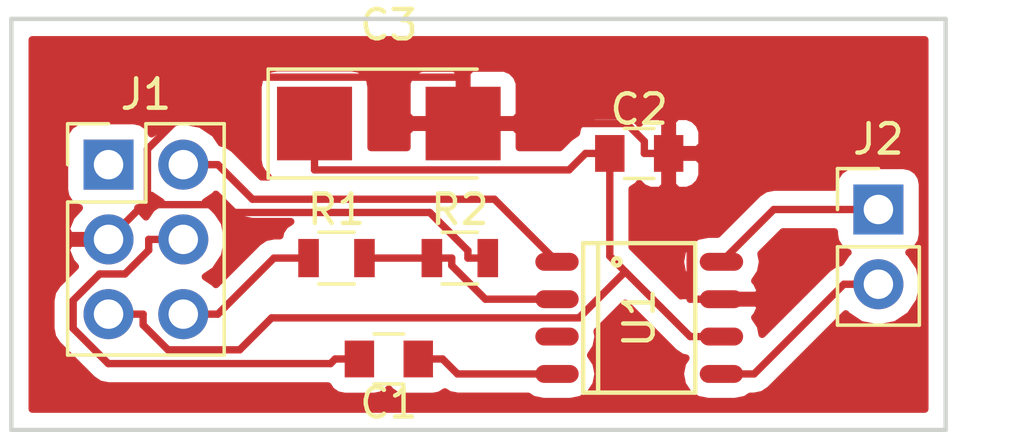
<source format=kicad_pcb>
(kicad_pcb (version 20160815) (host pcbnew no-vcs-found-7529~57~ubuntu16.04.1)

  (general
    (links 15)
    (no_connects 0)
    (area 106.143667 98.3085 141.252334 113.2095)
    (thickness 1.6)
    (drawings 4)
    (tracks 65)
    (zones 0)
    (modules 8)
    (nets 12)
  )

  (page A4)
  (layers
    (0 F.Cu signal)
    (31 B.Cu signal)
    (32 B.Adhes user)
    (33 F.Adhes user)
    (34 B.Paste user)
    (35 F.Paste user)
    (36 B.SilkS user)
    (37 F.SilkS user)
    (38 B.Mask user)
    (39 F.Mask user)
    (40 Dwgs.User user)
    (41 Cmts.User user)
    (42 Eco1.User user)
    (43 Eco2.User user)
    (44 Edge.Cuts user)
    (45 Margin user)
    (46 B.CrtYd user)
    (47 F.CrtYd user)
    (48 B.Fab user)
    (49 F.Fab user)
  )

  (setup
    (last_trace_width 0.25)
    (trace_clearance 0.2)
    (zone_clearance 0.508)
    (zone_45_only no)
    (trace_min 0.2)
    (segment_width 0.2)
    (edge_width 0.15)
    (via_size 0.6)
    (via_drill 0.4)
    (via_min_size 0.4)
    (via_min_drill 0.3)
    (uvia_size 0.3)
    (uvia_drill 0.1)
    (uvias_allowed no)
    (uvia_min_size 0.2)
    (uvia_min_drill 0.1)
    (pcb_text_width 0.3)
    (pcb_text_size 1.5 1.5)
    (mod_edge_width 0.15)
    (mod_text_size 1 1)
    (mod_text_width 0.15)
    (pad_size 1.524 1.524)
    (pad_drill 0.762)
    (pad_to_mask_clearance 0.01)
    (aux_axis_origin 0 0)
    (visible_elements FFFFFF7F)
    (pcbplotparams
      (layerselection 0x010c0_ffffffff)
      (usegerberextensions false)
      (excludeedgelayer true)
      (linewidth 0.020000)
      (plotframeref false)
      (viasonmask false)
      (mode 1)
      (useauxorigin false)
      (hpglpennumber 1)
      (hpglpenspeed 20)
      (hpglpendiameter 15)
      (psnegative false)
      (psa4output false)
      (plotreference true)
      (plotvalue true)
      (plotinvisibletext false)
      (padsonsilk false)
      (subtractmaskfromsilk false)
      (outputformat 1)
      (mirror false)
      (drillshape 0)
      (scaleselection 1)
      (outputdirectory out/))
  )

  (net 0 "")
  (net 1 "Net-(C1-Pad1)")
  (net 2 "Net-(C1-Pad2)")
  (net 3 +5V)
  (net 4 GND)
  (net 5 "Net-(J1-Pad1)")
  (net 6 "Net-(J1-Pad2)")
  (net 7 "Net-(J1-Pad6)")
  (net 8 "Net-(J2-Pad1)")
  (net 9 "Net-(J2-Pad2)")
  (net 10 "Net-(R1-Pad2)")
  (net 11 "Net-(U1-Pad3)")

  (net_class Default "This is the default net class."
    (clearance 0.2)
    (trace_width 0.25)
    (via_dia 0.6)
    (via_drill 0.4)
    (uvia_dia 0.3)
    (uvia_drill 0.1)
    (add_net +5V)
    (add_net GND)
    (add_net "Net-(C1-Pad1)")
    (add_net "Net-(C1-Pad2)")
    (add_net "Net-(J1-Pad1)")
    (add_net "Net-(J1-Pad2)")
    (add_net "Net-(J1-Pad6)")
    (add_net "Net-(J2-Pad1)")
    (add_net "Net-(J2-Pad2)")
    (add_net "Net-(R1-Pad2)")
    (add_net "Net-(U1-Pad3)")
  )

  (module Capacitors_SMD:C_0805 (layer F.Cu) (tedit 58AA8463) (tstamp 58DC4C2E)
    (at 119.507 110.617 180)
    (descr "Capacitor SMD 0805, reflow soldering, AVX (see smccp.pdf)")
    (tags "capacitor 0805")
    (path /58D54CAB)
    (attr smd)
    (fp_text reference C1 (at 0 -1.5 180) (layer F.SilkS)
      (effects (font (size 1 1) (thickness 0.15)))
    )
    (fp_text value 330nF (at 0 1.75 180) (layer F.Fab)
      (effects (font (size 1 1) (thickness 0.15)))
    )
    (fp_text user %R (at 0 -1.5 180) (layer F.Fab)
      (effects (font (size 1 1) (thickness 0.15)))
    )
    (fp_line (start -1 0.62) (end -1 -0.62) (layer F.Fab) (width 0.1))
    (fp_line (start 1 0.62) (end -1 0.62) (layer F.Fab) (width 0.1))
    (fp_line (start 1 -0.62) (end 1 0.62) (layer F.Fab) (width 0.1))
    (fp_line (start -1 -0.62) (end 1 -0.62) (layer F.Fab) (width 0.1))
    (fp_line (start 0.5 -0.85) (end -0.5 -0.85) (layer F.SilkS) (width 0.12))
    (fp_line (start -0.5 0.85) (end 0.5 0.85) (layer F.SilkS) (width 0.12))
    (fp_line (start -1.75 -0.88) (end 1.75 -0.88) (layer F.CrtYd) (width 0.05))
    (fp_line (start -1.75 -0.88) (end -1.75 0.87) (layer F.CrtYd) (width 0.05))
    (fp_line (start 1.75 0.87) (end 1.75 -0.88) (layer F.CrtYd) (width 0.05))
    (fp_line (start 1.75 0.87) (end -1.75 0.87) (layer F.CrtYd) (width 0.05))
    (pad 1 smd rect (at -1 0 180) (size 1 1.25) (layers F.Cu F.Paste F.Mask)
      (net 1 "Net-(C1-Pad1)"))
    (pad 2 smd rect (at 1 0 180) (size 1 1.25) (layers F.Cu F.Paste F.Mask)
      (net 2 "Net-(C1-Pad2)"))
    (model Capacitors_SMD.3dshapes/C_0805.wrl
      (at (xyz 0 0 0))
      (scale (xyz 1 1 1))
      (rotate (xyz 0 0 0))
    )
  )

  (module Capacitors_SMD:C_0805 (layer F.Cu) (tedit 58AA8463) (tstamp 58DC4C34)
    (at 128.016 103.632)
    (descr "Capacitor SMD 0805, reflow soldering, AVX (see smccp.pdf)")
    (tags "capacitor 0805")
    (path /58D540A4)
    (attr smd)
    (fp_text reference C2 (at 0 -1.5) (layer F.SilkS)
      (effects (font (size 1 1) (thickness 0.15)))
    )
    (fp_text value 100n (at 0 1.75) (layer F.Fab)
      (effects (font (size 1 1) (thickness 0.15)))
    )
    (fp_text user %R (at 0 -1.5) (layer F.Fab)
      (effects (font (size 1 1) (thickness 0.15)))
    )
    (fp_line (start -1 0.62) (end -1 -0.62) (layer F.Fab) (width 0.1))
    (fp_line (start 1 0.62) (end -1 0.62) (layer F.Fab) (width 0.1))
    (fp_line (start 1 -0.62) (end 1 0.62) (layer F.Fab) (width 0.1))
    (fp_line (start -1 -0.62) (end 1 -0.62) (layer F.Fab) (width 0.1))
    (fp_line (start 0.5 -0.85) (end -0.5 -0.85) (layer F.SilkS) (width 0.12))
    (fp_line (start -0.5 0.85) (end 0.5 0.85) (layer F.SilkS) (width 0.12))
    (fp_line (start -1.75 -0.88) (end 1.75 -0.88) (layer F.CrtYd) (width 0.05))
    (fp_line (start -1.75 -0.88) (end -1.75 0.87) (layer F.CrtYd) (width 0.05))
    (fp_line (start 1.75 0.87) (end 1.75 -0.88) (layer F.CrtYd) (width 0.05))
    (fp_line (start 1.75 0.87) (end -1.75 0.87) (layer F.CrtYd) (width 0.05))
    (pad 1 smd rect (at -1 0) (size 1 1.25) (layers F.Cu F.Paste F.Mask)
      (net 3 +5V))
    (pad 2 smd rect (at 1 0) (size 1 1.25) (layers F.Cu F.Paste F.Mask)
      (net 4 GND))
    (model Capacitors_SMD.3dshapes/C_0805.wrl
      (at (xyz 0 0 0))
      (scale (xyz 1 1 1))
      (rotate (xyz 0 0 0))
    )
  )

  (module Capacitors_Tantalum_SMD:CP_Tantalum_Case-C_EIA-6032-28_Reflow (layer F.Cu) (tedit 57B6E980) (tstamp 58DC4C3A)
    (at 119.507 102.616)
    (descr "Tantalum capacitor, Case C, EIA 6032-28, 6.0x3.2x2.5mm, Reflow soldering footprint")
    (tags "capacitor tantalum smd")
    (path /58D54147)
    (attr smd)
    (fp_text reference C3 (at 0 -3.35) (layer F.SilkS)
      (effects (font (size 1 1) (thickness 0.15)))
    )
    (fp_text value 220uF (at 0 3.35) (layer F.Fab)
      (effects (font (size 1 1) (thickness 0.15)))
    )
    (fp_line (start -4.2 -2) (end -4.2 2) (layer F.CrtYd) (width 0.05))
    (fp_line (start -4.2 2) (end 4.2 2) (layer F.CrtYd) (width 0.05))
    (fp_line (start 4.2 2) (end 4.2 -2) (layer F.CrtYd) (width 0.05))
    (fp_line (start 4.2 -2) (end -4.2 -2) (layer F.CrtYd) (width 0.05))
    (fp_line (start -3 -1.6) (end -3 1.6) (layer F.Fab) (width 0.1))
    (fp_line (start -3 1.6) (end 3 1.6) (layer F.Fab) (width 0.1))
    (fp_line (start 3 1.6) (end 3 -1.6) (layer F.Fab) (width 0.1))
    (fp_line (start 3 -1.6) (end -3 -1.6) (layer F.Fab) (width 0.1))
    (fp_line (start -2.4 -1.6) (end -2.4 1.6) (layer F.Fab) (width 0.1))
    (fp_line (start -2.1 -1.6) (end -2.1 1.6) (layer F.Fab) (width 0.1))
    (fp_line (start -4.1 -1.85) (end 3 -1.85) (layer F.SilkS) (width 0.12))
    (fp_line (start -4.1 1.85) (end 3 1.85) (layer F.SilkS) (width 0.12))
    (fp_line (start -4.1 -1.85) (end -4.1 1.85) (layer F.SilkS) (width 0.12))
    (pad 1 smd rect (at -2.525 0) (size 2.55 2.5) (layers F.Cu F.Paste F.Mask)
      (net 3 +5V))
    (pad 2 smd rect (at 2.525 0) (size 2.55 2.5) (layers F.Cu F.Paste F.Mask)
      (net 4 GND))
    (model Capacitors_Tantalum_SMD.3dshapes/CP_Tantalum_Case-C_EIA-6032-28.wrl
      (at (xyz 0 0 0))
      (scale (xyz 1 1 1))
      (rotate (xyz 0 0 0))
    )
  )

  (module Pin_Headers:Pin_Header_Straight_2x03_Pitch2.54mm (layer F.Cu) (tedit 5862ED53) (tstamp 58DC4C44)
    (at 109.982 104.013)
    (descr "Through hole straight pin header, 2x03, 2.54mm pitch, double rows")
    (tags "Through hole pin header THT 2x03 2.54mm double row")
    (path /58D54245)
    (fp_text reference J1 (at 1.27 -2.39) (layer F.SilkS)
      (effects (font (size 1 1) (thickness 0.15)))
    )
    (fp_text value CONN_02X03 (at 1.27 7.47) (layer F.Fab)
      (effects (font (size 1 1) (thickness 0.15)))
    )
    (fp_line (start -1.27 -1.27) (end -1.27 6.35) (layer F.Fab) (width 0.1))
    (fp_line (start -1.27 6.35) (end 3.81 6.35) (layer F.Fab) (width 0.1))
    (fp_line (start 3.81 6.35) (end 3.81 -1.27) (layer F.Fab) (width 0.1))
    (fp_line (start 3.81 -1.27) (end -1.27 -1.27) (layer F.Fab) (width 0.1))
    (fp_line (start -1.39 1.27) (end -1.39 6.47) (layer F.SilkS) (width 0.12))
    (fp_line (start -1.39 6.47) (end 3.93 6.47) (layer F.SilkS) (width 0.12))
    (fp_line (start 3.93 6.47) (end 3.93 -1.39) (layer F.SilkS) (width 0.12))
    (fp_line (start 3.93 -1.39) (end 1.27 -1.39) (layer F.SilkS) (width 0.12))
    (fp_line (start 1.27 -1.39) (end 1.27 1.27) (layer F.SilkS) (width 0.12))
    (fp_line (start 1.27 1.27) (end -1.39 1.27) (layer F.SilkS) (width 0.12))
    (fp_line (start -1.39 0) (end -1.39 -1.39) (layer F.SilkS) (width 0.12))
    (fp_line (start -1.39 -1.39) (end 0 -1.39) (layer F.SilkS) (width 0.12))
    (fp_line (start -1.6 -1.6) (end -1.6 6.6) (layer F.CrtYd) (width 0.05))
    (fp_line (start -1.6 6.6) (end 4.1 6.6) (layer F.CrtYd) (width 0.05))
    (fp_line (start 4.1 6.6) (end 4.1 -1.6) (layer F.CrtYd) (width 0.05))
    (fp_line (start 4.1 -1.6) (end -1.6 -1.6) (layer F.CrtYd) (width 0.05))
    (pad 1 thru_hole rect (at 0 0) (size 1.7 1.7) (drill 1) (layers *.Cu *.Mask)
      (net 5 "Net-(J1-Pad1)"))
    (pad 2 thru_hole oval (at 2.54 0) (size 1.7 1.7) (drill 1) (layers *.Cu *.Mask)
      (net 6 "Net-(J1-Pad2)"))
    (pad 3 thru_hole oval (at 0 2.54) (size 1.7 1.7) (drill 1) (layers *.Cu *.Mask)
      (net 4 GND))
    (pad 4 thru_hole oval (at 2.54 2.54) (size 1.7 1.7) (drill 1) (layers *.Cu *.Mask)
      (net 2 "Net-(C1-Pad2)"))
    (pad 5 thru_hole oval (at 0 5.08) (size 1.7 1.7) (drill 1) (layers *.Cu *.Mask)
      (net 3 +5V))
    (pad 6 thru_hole oval (at 2.54 5.08) (size 1.7 1.7) (drill 1) (layers *.Cu *.Mask)
      (net 7 "Net-(J1-Pad6)"))
    (model Pin_Headers.3dshapes/Pin_Header_Straight_2x03_Pitch2.54mm.wrl
      (at (xyz 0.05 -0.1 0))
      (scale (xyz 1 1 1))
      (rotate (xyz 0 0 90))
    )
  )

  (module Pin_Headers:Pin_Header_Straight_1x02_Pitch2.54mm (layer F.Cu) (tedit 5862ED52) (tstamp 58DC4C4A)
    (at 136.144 105.537)
    (descr "Through hole straight pin header, 1x02, 2.54mm pitch, single row")
    (tags "Through hole pin header THT 1x02 2.54mm single row")
    (path /58D53EC6)
    (fp_text reference J2 (at 0 -2.39) (layer F.SilkS)
      (effects (font (size 1 1) (thickness 0.15)))
    )
    (fp_text value CONN_01X02 (at 0 4.93) (layer F.Fab)
      (effects (font (size 1 1) (thickness 0.15)))
    )
    (fp_line (start -1.27 -1.27) (end -1.27 3.81) (layer F.Fab) (width 0.1))
    (fp_line (start -1.27 3.81) (end 1.27 3.81) (layer F.Fab) (width 0.1))
    (fp_line (start 1.27 3.81) (end 1.27 -1.27) (layer F.Fab) (width 0.1))
    (fp_line (start 1.27 -1.27) (end -1.27 -1.27) (layer F.Fab) (width 0.1))
    (fp_line (start -1.39 1.27) (end -1.39 3.93) (layer F.SilkS) (width 0.12))
    (fp_line (start -1.39 3.93) (end 1.39 3.93) (layer F.SilkS) (width 0.12))
    (fp_line (start 1.39 3.93) (end 1.39 1.27) (layer F.SilkS) (width 0.12))
    (fp_line (start 1.39 1.27) (end -1.39 1.27) (layer F.SilkS) (width 0.12))
    (fp_line (start -1.39 0) (end -1.39 -1.39) (layer F.SilkS) (width 0.12))
    (fp_line (start -1.39 -1.39) (end 0 -1.39) (layer F.SilkS) (width 0.12))
    (fp_line (start -1.6 -1.6) (end -1.6 4.1) (layer F.CrtYd) (width 0.05))
    (fp_line (start -1.6 4.1) (end 1.6 4.1) (layer F.CrtYd) (width 0.05))
    (fp_line (start 1.6 4.1) (end 1.6 -1.6) (layer F.CrtYd) (width 0.05))
    (fp_line (start 1.6 -1.6) (end -1.6 -1.6) (layer F.CrtYd) (width 0.05))
    (pad 1 thru_hole rect (at 0 0) (size 1.7 1.7) (drill 1) (layers *.Cu *.Mask)
      (net 8 "Net-(J2-Pad1)"))
    (pad 2 thru_hole oval (at 0 2.54) (size 1.7 1.7) (drill 1) (layers *.Cu *.Mask)
      (net 9 "Net-(J2-Pad2)"))
    (model Pin_Headers.3dshapes/Pin_Header_Straight_1x02_Pitch2.54mm.wrl
      (at (xyz 0 -0.05 0))
      (scale (xyz 1 1 1))
      (rotate (xyz 0 0 90))
    )
  )

  (module Resistors_SMD:R_0805 (layer F.Cu) (tedit 58AADA8F) (tstamp 58DC4C50)
    (at 117.729 107.188)
    (descr "Resistor SMD 0805, reflow soldering, Vishay (see dcrcw.pdf)")
    (tags "resistor 0805")
    (path /58D548F0)
    (attr smd)
    (fp_text reference R1 (at 0 -1.65) (layer F.SilkS)
      (effects (font (size 1 1) (thickness 0.15)))
    )
    (fp_text value 1k (at 0 1.75) (layer F.Fab)
      (effects (font (size 1 1) (thickness 0.15)))
    )
    (fp_text user %R (at 0 -1.65) (layer F.Fab)
      (effects (font (size 1 1) (thickness 0.15)))
    )
    (fp_line (start -1 0.62) (end -1 -0.62) (layer F.Fab) (width 0.1))
    (fp_line (start 1 0.62) (end -1 0.62) (layer F.Fab) (width 0.1))
    (fp_line (start 1 -0.62) (end 1 0.62) (layer F.Fab) (width 0.1))
    (fp_line (start -1 -0.62) (end 1 -0.62) (layer F.Fab) (width 0.1))
    (fp_line (start 0.6 0.88) (end -0.6 0.88) (layer F.SilkS) (width 0.12))
    (fp_line (start -0.6 -0.88) (end 0.6 -0.88) (layer F.SilkS) (width 0.12))
    (fp_line (start -1.55 -0.9) (end 1.55 -0.9) (layer F.CrtYd) (width 0.05))
    (fp_line (start -1.55 -0.9) (end -1.55 0.9) (layer F.CrtYd) (width 0.05))
    (fp_line (start 1.55 0.9) (end 1.55 -0.9) (layer F.CrtYd) (width 0.05))
    (fp_line (start 1.55 0.9) (end -1.55 0.9) (layer F.CrtYd) (width 0.05))
    (pad 1 smd rect (at -0.95 0) (size 0.7 1.3) (layers F.Cu F.Paste F.Mask)
      (net 7 "Net-(J1-Pad6)"))
    (pad 2 smd rect (at 0.95 0) (size 0.7 1.3) (layers F.Cu F.Paste F.Mask)
      (net 10 "Net-(R1-Pad2)"))
    (model Resistors_SMD.3dshapes/R_0805.wrl
      (at (xyz 0 0 0))
      (scale (xyz 1 1 1))
      (rotate (xyz 0 0 0))
    )
  )

  (module Resistors_SMD:R_0805 (layer F.Cu) (tedit 58AADA8F) (tstamp 58DC4C56)
    (at 121.92 107.188)
    (descr "Resistor SMD 0805, reflow soldering, Vishay (see dcrcw.pdf)")
    (tags "resistor 0805")
    (path /58D54939)
    (attr smd)
    (fp_text reference R2 (at 0 -1.65) (layer F.SilkS)
      (effects (font (size 1 1) (thickness 0.15)))
    )
    (fp_text value 1k (at 0 1.75) (layer F.Fab)
      (effects (font (size 1 1) (thickness 0.15)))
    )
    (fp_text user %R (at 0 -1.65) (layer F.Fab)
      (effects (font (size 1 1) (thickness 0.15)))
    )
    (fp_line (start -1 0.62) (end -1 -0.62) (layer F.Fab) (width 0.1))
    (fp_line (start 1 0.62) (end -1 0.62) (layer F.Fab) (width 0.1))
    (fp_line (start 1 -0.62) (end 1 0.62) (layer F.Fab) (width 0.1))
    (fp_line (start -1 -0.62) (end 1 -0.62) (layer F.Fab) (width 0.1))
    (fp_line (start 0.6 0.88) (end -0.6 0.88) (layer F.SilkS) (width 0.12))
    (fp_line (start -0.6 -0.88) (end 0.6 -0.88) (layer F.SilkS) (width 0.12))
    (fp_line (start -1.55 -0.9) (end 1.55 -0.9) (layer F.CrtYd) (width 0.05))
    (fp_line (start -1.55 -0.9) (end -1.55 0.9) (layer F.CrtYd) (width 0.05))
    (fp_line (start 1.55 0.9) (end 1.55 -0.9) (layer F.CrtYd) (width 0.05))
    (fp_line (start 1.55 0.9) (end -1.55 0.9) (layer F.CrtYd) (width 0.05))
    (pad 1 smd rect (at -0.95 0) (size 0.7 1.3) (layers F.Cu F.Paste F.Mask)
      (net 10 "Net-(R1-Pad2)"))
    (pad 2 smd rect (at 0.95 0) (size 0.7 1.3) (layers F.Cu F.Paste F.Mask)
      (net 4 GND))
    (model Resistors_SMD.3dshapes/R_0805.wrl
      (at (xyz 0 0 0))
      (scale (xyz 1 1 1))
      (rotate (xyz 0 0 0))
    )
  )

  (module Power_Integrations:SO-8 (layer F.Cu) (tedit 0) (tstamp 58DC4C62)
    (at 128.016 109.22 270)
    (descr "SO-8 Surface Mount Small Outline 150mil 8pin Package")
    (tags "Power Integrations D Package")
    (path /58D53DEC)
    (fp_text reference U1 (at 0 0 270) (layer F.SilkS)
      (effects (font (size 1 1) (thickness 0.15)))
    )
    (fp_text value TDA8551 (at 0 0 270) (layer F.Fab)
      (effects (font (size 1 1) (thickness 0.15)))
    )
    (fp_circle (center -1.905 0.762) (end -1.778 0.762) (layer F.SilkS) (width 0.15))
    (fp_line (start -2.54 1.397) (end 2.54 1.397) (layer F.SilkS) (width 0.15))
    (fp_line (start -2.54 -1.905) (end 2.54 -1.905) (layer F.SilkS) (width 0.15))
    (fp_line (start -2.54 1.905) (end 2.54 1.905) (layer F.SilkS) (width 0.15))
    (fp_line (start -2.54 1.905) (end -2.54 -1.905) (layer F.SilkS) (width 0.15))
    (fp_line (start 2.54 1.905) (end 2.54 -1.905) (layer F.SilkS) (width 0.15))
    (pad 1 smd oval (at -1.905 2.794 270) (size 0.6096 1.4732) (layers F.Cu F.Paste F.Mask)
      (net 6 "Net-(J1-Pad2)"))
    (pad 2 smd oval (at -0.635 2.794 270) (size 0.6096 1.4732) (layers F.Cu F.Paste F.Mask)
      (net 10 "Net-(R1-Pad2)"))
    (pad 3 smd oval (at 0.635 2.794 270) (size 0.6096 1.4732) (layers F.Cu F.Paste F.Mask)
      (net 11 "Net-(U1-Pad3)"))
    (pad 4 smd oval (at 1.905 2.794 270) (size 0.6096 1.4732) (layers F.Cu F.Paste F.Mask)
      (net 1 "Net-(C1-Pad1)"))
    (pad 5 smd oval (at 1.905 -2.794 270) (size 0.6096 1.4732) (layers F.Cu F.Paste F.Mask)
      (net 9 "Net-(J2-Pad2)"))
    (pad 6 smd oval (at 0.635 -2.794 270) (size 0.6096 1.4732) (layers F.Cu F.Paste F.Mask)
      (net 3 +5V))
    (pad 7 smd oval (at -0.635 -2.794 270) (size 0.6096 1.4732) (layers F.Cu F.Paste F.Mask)
      (net 4 GND))
    (pad 8 smd oval (at -1.905 -2.794 270) (size 0.6096 1.4732) (layers F.Cu F.Paste F.Mask)
      (net 8 "Net-(J2-Pad1)"))
  )

  (gr_line (start 106.68 99.06) (end 106.68 113.03) (angle 90) (layer Edge.Cuts) (width 0.15))
  (gr_line (start 138.43 99.06) (end 106.68 99.06) (angle 90) (layer Edge.Cuts) (width 0.15))
  (gr_line (start 138.43 113.03) (end 138.43 99.06) (angle 90) (layer Edge.Cuts) (width 0.15))
  (gr_line (start 106.68 113.03) (end 138.43 113.03) (angle 90) (layer Edge.Cuts) (width 0.15))

  (segment (start 121.8403 111.125) (end 121.3323 110.617) (width 0.25) (layer F.Cu) (net 1))
  (segment (start 125.222 111.125) (end 121.8403 111.125) (width 0.25) (layer F.Cu) (net 1))
  (segment (start 120.507 110.617) (end 121.3323 110.617) (width 0.25) (layer F.Cu) (net 1))
  (segment (start 117.5253 110.7734) (end 117.6817 110.617) (width 0.25) (layer F.Cu) (net 2))
  (segment (start 109.9728 110.7734) (end 117.5253 110.7734) (width 0.25) (layer F.Cu) (net 2))
  (segment (start 108.7813 109.5819) (end 109.9728 110.7734) (width 0.25) (layer F.Cu) (net 2))
  (segment (start 108.7813 108.6239) (end 108.7813 109.5819) (width 0.25) (layer F.Cu) (net 2))
  (segment (start 109.6769 107.7283) (end 108.7813 108.6239) (width 0.25) (layer F.Cu) (net 2))
  (segment (start 110.5388 107.7283) (end 109.6769 107.7283) (width 0.25) (layer F.Cu) (net 2))
  (segment (start 111.3467 106.9204) (end 110.5388 107.7283) (width 0.25) (layer F.Cu) (net 2))
  (segment (start 111.3467 106.553) (end 111.3467 106.9204) (width 0.25) (layer F.Cu) (net 2))
  (segment (start 112.522 106.553) (end 111.3467 106.553) (width 0.25) (layer F.Cu) (net 2))
  (segment (start 118.507 110.617) (end 117.6817 110.617) (width 0.25) (layer F.Cu) (net 2))
  (segment (start 130.81 109.855) (end 129.7481 109.855) (width 0.25) (layer F.Cu) (net 3))
  (segment (start 109.982 109.093) (end 111.1573 109.093) (width 0.25) (layer F.Cu) (net 3))
  (segment (start 125.9691 109.22) (end 127.5411 107.648) (width 0.25) (layer F.Cu) (net 3))
  (segment (start 115.5242 109.22) (end 125.9691 109.22) (width 0.25) (layer F.Cu) (net 3))
  (segment (start 114.4395 110.3047) (end 115.5242 109.22) (width 0.25) (layer F.Cu) (net 3))
  (segment (start 112.0017 110.3047) (end 114.4395 110.3047) (width 0.25) (layer F.Cu) (net 3))
  (segment (start 111.1573 109.4603) (end 112.0017 110.3047) (width 0.25) (layer F.Cu) (net 3))
  (segment (start 111.1573 109.093) (end 111.1573 109.4603) (width 0.25) (layer F.Cu) (net 3))
  (segment (start 129.7481 109.855) (end 127.5411 107.648) (width 0.25) (layer F.Cu) (net 3))
  (segment (start 127.016 107.1229) (end 127.016 103.632) (width 0.25) (layer F.Cu) (net 3))
  (segment (start 127.5411 107.648) (end 127.016 107.1229) (width 0.25) (layer F.Cu) (net 3))
  (segment (start 125.6314 104.1913) (end 126.1907 103.632) (width 0.25) (layer F.Cu) (net 3))
  (segment (start 116.982 104.1913) (end 125.6314 104.1913) (width 0.25) (layer F.Cu) (net 3))
  (segment (start 116.982 102.616) (end 116.982 104.1913) (width 0.25) (layer F.Cu) (net 3))
  (segment (start 127.016 103.632) (end 126.1907 103.632) (width 0.25) (layer F.Cu) (net 3))
  (segment (start 122.87 107.188) (end 122.1947 107.188) (width 0.25) (layer F.Cu) (net 4))
  (segment (start 129.016 103.632) (end 128.1907 103.632) (width 0.25) (layer F.Cu) (net 4))
  (segment (start 127.5873 102.616) (end 122.032 102.616) (width 0.25) (layer F.Cu) (net 4))
  (segment (start 128.1907 103.2194) (end 127.5873 102.616) (width 0.25) (layer F.Cu) (net 4))
  (segment (start 128.1907 103.632) (end 128.1907 103.2194) (width 0.25) (layer F.Cu) (net 4))
  (segment (start 111.3048 103.4867) (end 111.3048 105.3719) (width 0.25) (layer F.Cu) (net 4))
  (segment (start 113.7508 101.0407) (end 111.3048 103.4867) (width 0.25) (layer F.Cu) (net 4))
  (segment (start 122.032 101.0407) (end 113.7508 101.0407) (width 0.25) (layer F.Cu) (net 4))
  (segment (start 111.1631 105.3719) (end 111.3048 105.3719) (width 0.25) (layer F.Cu) (net 4))
  (segment (start 109.982 106.553) (end 111.1631 105.3719) (width 0.25) (layer F.Cu) (net 4))
  (segment (start 122.1947 106.9348) (end 122.1947 107.188) (width 0.25) (layer F.Cu) (net 4))
  (segment (start 120.8986 105.6387) (end 122.1947 106.9348) (width 0.25) (layer F.Cu) (net 4))
  (segment (start 113.6974 105.6387) (end 120.8986 105.6387) (width 0.25) (layer F.Cu) (net 4))
  (segment (start 113.4306 105.3719) (end 113.6974 105.6387) (width 0.25) (layer F.Cu) (net 4))
  (segment (start 111.3048 105.3719) (end 113.4306 105.3719) (width 0.25) (layer F.Cu) (net 4))
  (segment (start 122.032 102.616) (end 122.032 101.0407) (width 0.25) (layer F.Cu) (net 4))
  (segment (start 129.7481 105.3144) (end 129.016 104.5823) (width 0.25) (layer F.Cu) (net 4))
  (segment (start 129.7481 108.585) (end 129.7481 105.3144) (width 0.25) (layer F.Cu) (net 4))
  (segment (start 130.81 108.585) (end 129.7481 108.585) (width 0.25) (layer F.Cu) (net 4))
  (segment (start 129.016 103.632) (end 129.016 104.5823) (width 0.25) (layer F.Cu) (net 4))
  (segment (start 114.8726 105.1883) (end 113.6973 104.013) (width 0.25) (layer F.Cu) (net 6))
  (segment (start 123.0953 105.1883) (end 114.8726 105.1883) (width 0.25) (layer F.Cu) (net 6))
  (segment (start 125.222 107.315) (end 123.0953 105.1883) (width 0.25) (layer F.Cu) (net 6))
  (segment (start 112.522 104.013) (end 113.6973 104.013) (width 0.25) (layer F.Cu) (net 6))
  (segment (start 115.6023 107.188) (end 113.6973 109.093) (width 0.25) (layer F.Cu) (net 7))
  (segment (start 116.779 107.188) (end 115.6023 107.188) (width 0.25) (layer F.Cu) (net 7))
  (segment (start 112.522 109.093) (end 113.6973 109.093) (width 0.25) (layer F.Cu) (net 7))
  (segment (start 132.588 105.537) (end 136.144 105.537) (width 0.25) (layer F.Cu) (net 8))
  (segment (start 130.81 107.315) (end 132.588 105.537) (width 0.25) (layer F.Cu) (net 8))
  (segment (start 131.9207 111.125) (end 134.9687 108.077) (width 0.25) (layer F.Cu) (net 9))
  (segment (start 130.81 111.125) (end 131.9207 111.125) (width 0.25) (layer F.Cu) (net 9))
  (segment (start 136.144 108.077) (end 134.9687 108.077) (width 0.25) (layer F.Cu) (net 9))
  (segment (start 120.97 107.188) (end 118.679 107.188) (width 0.25) (layer F.Cu) (net 10))
  (segment (start 121.6453 107.4412) (end 121.6453 107.188) (width 0.25) (layer F.Cu) (net 10))
  (segment (start 122.7891 108.585) (end 121.6453 107.4412) (width 0.25) (layer F.Cu) (net 10))
  (segment (start 125.222 108.585) (end 122.7891 108.585) (width 0.25) (layer F.Cu) (net 10))
  (segment (start 120.97 107.188) (end 121.6453 107.188) (width 0.25) (layer F.Cu) (net 10))

  (zone (net 4) (net_name GND) (layer F.Cu) (tstamp 58DC4D87) (hatch edge 0.508)
    (connect_pads (clearance 0.508))
    (min_thickness 0.254)
    (fill yes (arc_segments 16) (thermal_gap 0.508) (thermal_bridge_width 0.508))
    (polygon
      (pts
        (xy 106.68 99.06) (xy 106.68 113.03) (xy 138.43 113.03) (xy 138.43 99.06)
      )
    )
    (filled_polygon
      (pts
        (xy 137.72 112.32) (xy 107.39 112.32) (xy 107.39 108.6239) (xy 108.0213 108.6239) (xy 108.0213 109.5819)
        (xy 108.079152 109.872739) (xy 108.243899 110.119301) (xy 109.435399 111.310801) (xy 109.68196 111.475548) (xy 109.727699 111.484646)
        (xy 109.9728 111.5334) (xy 117.439926 111.5334) (xy 117.54291 111.693441) (xy 117.75511 111.838431) (xy 118.007 111.88944)
        (xy 119.007 111.88944) (xy 119.242317 111.845162) (xy 119.458441 111.70609) (xy 119.506134 111.636289) (xy 119.54291 111.693441)
        (xy 119.75511 111.838431) (xy 120.007 111.88944) (xy 121.007 111.88944) (xy 121.242317 111.845162) (xy 121.412514 111.735643)
        (xy 121.549461 111.827148) (xy 121.8403 111.885) (xy 124.241657 111.885) (xy 124.403683 111.993262) (xy 124.763329 112.0648)
        (xy 125.680671 112.0648) (xy 126.040317 111.993262) (xy 126.34521 111.789539) (xy 126.548933 111.484646) (xy 126.620471 111.125)
        (xy 126.548933 110.765354) (xy 126.364947 110.49) (xy 126.548933 110.214646) (xy 126.620471 109.855) (xy 126.585369 109.678533)
        (xy 127.5411 108.722802) (xy 129.210699 110.392401) (xy 129.45726 110.557148) (xy 129.602837 110.586105) (xy 129.483067 110.765354)
        (xy 129.411529 111.125) (xy 129.483067 111.484646) (xy 129.68679 111.789539) (xy 129.991683 111.993262) (xy 130.351329 112.0648)
        (xy 131.268671 112.0648) (xy 131.628317 111.993262) (xy 131.790343 111.885) (xy 131.9207 111.885) (xy 132.211539 111.827148)
        (xy 132.458101 111.662401) (xy 135.036252 109.08425) (xy 135.064853 109.127054) (xy 135.546622 109.448961) (xy 136.114907 109.562)
        (xy 136.173093 109.562) (xy 136.741378 109.448961) (xy 137.223147 109.127054) (xy 137.545054 108.645285) (xy 137.658093 108.077)
        (xy 137.545054 107.508715) (xy 137.223147 107.026946) (xy 137.181548 106.99915) (xy 137.229317 106.990162) (xy 137.445441 106.85109)
        (xy 137.590431 106.63889) (xy 137.64144 106.387) (xy 137.64144 104.687) (xy 137.597162 104.451683) (xy 137.45809 104.235559)
        (xy 137.24589 104.090569) (xy 136.994 104.03956) (xy 135.294 104.03956) (xy 135.058683 104.083838) (xy 134.842559 104.22291)
        (xy 134.697569 104.43511) (xy 134.64656 104.687) (xy 134.64656 104.777) (xy 132.588 104.777) (xy 132.297161 104.834852)
        (xy 132.050599 104.999599) (xy 130.674998 106.3752) (xy 130.351329 106.3752) (xy 129.991683 106.446738) (xy 129.68679 106.650461)
        (xy 129.483067 106.955354) (xy 129.411529 107.315) (xy 129.483067 107.674646) (xy 129.676349 107.963912) (xy 129.623858 108.010264)
        (xy 129.478353 108.313895) (xy 129.607542 108.457998) (xy 129.4384 108.457998) (xy 129.4384 108.470498) (xy 127.776 106.808098)
        (xy 127.776 104.844279) (xy 127.967441 104.72109) (xy 128.013969 104.652994) (xy 128.156302 104.795327) (xy 128.389691 104.892)
        (xy 128.73025 104.892) (xy 128.889 104.73325) (xy 128.889 103.759) (xy 129.143 103.759) (xy 129.143 104.73325)
        (xy 129.30175 104.892) (xy 129.642309 104.892) (xy 129.875698 104.795327) (xy 130.054327 104.616699) (xy 130.151 104.38331)
        (xy 130.151 103.91775) (xy 129.99225 103.759) (xy 129.143 103.759) (xy 128.889 103.759) (xy 128.869 103.759)
        (xy 128.869 103.505) (xy 128.889 103.505) (xy 128.889 102.53075) (xy 129.143 102.53075) (xy 129.143 103.505)
        (xy 129.99225 103.505) (xy 130.151 103.34625) (xy 130.151 102.88069) (xy 130.054327 102.647301) (xy 129.875698 102.468673)
        (xy 129.642309 102.372) (xy 129.30175 102.372) (xy 129.143 102.53075) (xy 128.889 102.53075) (xy 128.73025 102.372)
        (xy 128.389691 102.372) (xy 128.156302 102.468673) (xy 128.015064 102.60991) (xy 127.98009 102.555559) (xy 127.76789 102.410569)
        (xy 127.516 102.35956) (xy 126.516 102.35956) (xy 126.280683 102.403838) (xy 126.064559 102.54291) (xy 125.919569 102.75511)
        (xy 125.88173 102.941967) (xy 125.653299 103.094599) (xy 125.316598 103.4313) (xy 123.942 103.4313) (xy 123.942 102.90175)
        (xy 123.78325 102.743) (xy 122.159 102.743) (xy 122.159 102.763) (xy 121.905 102.763) (xy 121.905 102.743)
        (xy 120.28075 102.743) (xy 120.122 102.90175) (xy 120.122 103.4313) (xy 118.90444 103.4313) (xy 118.90444 101.366)
        (xy 118.880674 101.23969) (xy 120.122 101.23969) (xy 120.122 102.33025) (xy 120.28075 102.489) (xy 121.905 102.489)
        (xy 121.905 100.88975) (xy 122.159 100.88975) (xy 122.159 102.489) (xy 123.78325 102.489) (xy 123.942 102.33025)
        (xy 123.942 101.23969) (xy 123.845327 101.006301) (xy 123.666698 100.827673) (xy 123.433309 100.731) (xy 122.31775 100.731)
        (xy 122.159 100.88975) (xy 121.905 100.88975) (xy 121.74625 100.731) (xy 120.630691 100.731) (xy 120.397302 100.827673)
        (xy 120.218673 101.006301) (xy 120.122 101.23969) (xy 118.880674 101.23969) (xy 118.860162 101.130683) (xy 118.72109 100.914559)
        (xy 118.50889 100.769569) (xy 118.257 100.71856) (xy 115.707 100.71856) (xy 115.471683 100.762838) (xy 115.255559 100.90191)
        (xy 115.110569 101.11411) (xy 115.05956 101.366) (xy 115.05956 103.866) (xy 115.103838 104.101317) (xy 115.24291 104.317441)
        (xy 115.405158 104.4283) (xy 115.187402 104.4283) (xy 114.234701 103.475599) (xy 113.988139 103.310852) (xy 113.809923 103.275402)
        (xy 113.601147 102.962946) (xy 113.119378 102.641039) (xy 112.551093 102.528) (xy 112.492907 102.528) (xy 111.924622 102.641039)
        (xy 111.442853 102.962946) (xy 111.442029 102.964179) (xy 111.435162 102.927683) (xy 111.29609 102.711559) (xy 111.08389 102.566569)
        (xy 110.832 102.51556) (xy 109.132 102.51556) (xy 108.896683 102.559838) (xy 108.680559 102.69891) (xy 108.535569 102.91111)
        (xy 108.48456 103.163) (xy 108.48456 104.863) (xy 108.528838 105.098317) (xy 108.66791 105.314441) (xy 108.88011 105.459431)
        (xy 108.988107 105.481301) (xy 108.710355 105.786076) (xy 108.540524 106.19611) (xy 108.661845 106.426) (xy 109.855 106.426)
        (xy 109.855 106.406) (xy 110.109 106.406) (xy 110.109 106.426) (xy 110.129 106.426) (xy 110.129 106.68)
        (xy 110.109 106.68) (xy 110.109 106.7) (xy 109.855 106.7) (xy 109.855 106.68) (xy 108.661845 106.68)
        (xy 108.540524 106.90989) (xy 108.710355 107.319924) (xy 108.853453 107.476945) (xy 108.243899 108.086499) (xy 108.079152 108.333061)
        (xy 108.0213 108.6239) (xy 107.39 108.6239) (xy 107.39 99.77) (xy 137.72 99.77)
      )
    )
    (filled_polygon
      (pts
        (xy 134.64656 106.387) (xy 134.690838 106.622317) (xy 134.82991 106.838441) (xy 135.04211 106.983431) (xy 135.109541 106.997086)
        (xy 135.064853 107.026946) (xy 134.856077 107.339402) (xy 134.677861 107.374852) (xy 134.431299 107.539599) (xy 132.193112 109.777786)
        (xy 132.136933 109.495354) (xy 131.943651 109.206088) (xy 131.996142 109.159736) (xy 132.141647 108.856105) (xy 132.012456 108.712)
        (xy 130.937 108.712) (xy 130.937 108.732) (xy 130.683 108.732) (xy 130.683 108.712) (xy 130.663 108.712)
        (xy 130.663 108.458) (xy 130.683 108.458) (xy 130.683 108.438) (xy 130.937 108.438) (xy 130.937 108.458)
        (xy 132.012456 108.458) (xy 132.141647 108.313895) (xy 131.996142 108.010264) (xy 131.943651 107.963912) (xy 132.136933 107.674646)
        (xy 132.208471 107.315) (xy 132.154771 107.045031) (xy 132.902802 106.297) (xy 134.64656 106.297)
      )
    )
    (filled_polygon
      (pts
        (xy 114.335199 105.725701) (xy 114.58176 105.890448) (xy 114.8726 105.9483) (xy 116.172762 105.9483) (xy 115.977559 106.07391)
        (xy 115.832569 106.28611) (xy 115.803836 106.428) (xy 115.6023 106.428) (xy 115.311461 106.485852) (xy 115.064899 106.650599)
        (xy 113.629748 108.08575) (xy 113.601147 108.042946) (xy 113.271974 107.823) (xy 113.601147 107.603054) (xy 113.923054 107.121285)
        (xy 114.036093 106.553) (xy 113.923054 105.984715) (xy 113.601147 105.502946) (xy 113.271974 105.283) (xy 113.601147 105.063054)
        (xy 113.629748 105.02025)
      )
    )
    (filled_polygon
      (pts
        (xy 122.997 107.061) (xy 123.017 107.061) (xy 123.017 107.315) (xy 122.997 107.315) (xy 122.997 107.335)
        (xy 122.743 107.335) (xy 122.743 107.315) (xy 122.723 107.315) (xy 122.723 107.061) (xy 122.743 107.061)
        (xy 122.743 107.041) (xy 122.997 107.041)
      )
    )
    (filled_polygon
      (pts
        (xy 111.442853 105.063054) (xy 111.772026 105.283) (xy 111.442853 105.502946) (xy 111.253655 105.786101) (xy 111.253645 105.786076)
        (xy 110.977499 105.483063) (xy 111.067317 105.466162) (xy 111.283441 105.32709) (xy 111.428431 105.11489) (xy 111.439841 105.058546)
      )
    )
  )
)

</source>
